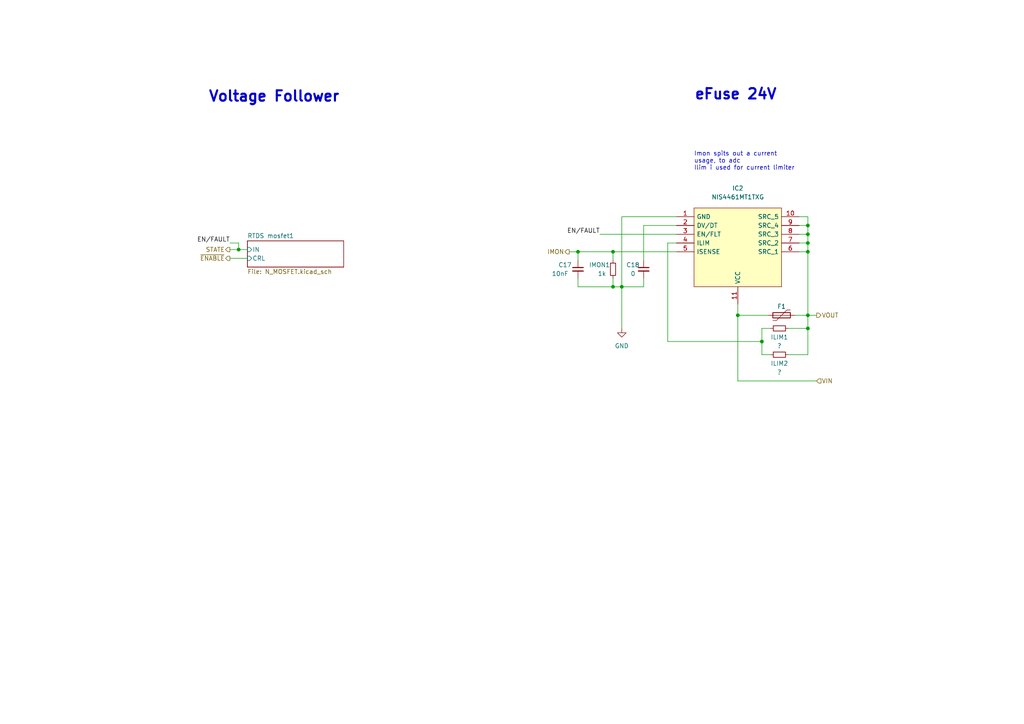
<source format=kicad_sch>
(kicad_sch (version 20211123) (generator eeschema)

  (uuid a0660fa4-01a0-4f10-a8d0-61502bba1330)

  (paper "A4")

  (lib_symbols
    (symbol "Device:C_Small" (pin_numbers hide) (pin_names (offset 0.254) hide) (in_bom yes) (on_board yes)
      (property "Reference" "C" (id 0) (at 0.254 1.778 0)
        (effects (font (size 1.27 1.27)) (justify left))
      )
      (property "Value" "C_Small" (id 1) (at 0.254 -2.032 0)
        (effects (font (size 1.27 1.27)) (justify left))
      )
      (property "Footprint" "" (id 2) (at 0 0 0)
        (effects (font (size 1.27 1.27)) hide)
      )
      (property "Datasheet" "~" (id 3) (at 0 0 0)
        (effects (font (size 1.27 1.27)) hide)
      )
      (property "ki_keywords" "capacitor cap" (id 4) (at 0 0 0)
        (effects (font (size 1.27 1.27)) hide)
      )
      (property "ki_description" "Unpolarized capacitor, small symbol" (id 5) (at 0 0 0)
        (effects (font (size 1.27 1.27)) hide)
      )
      (property "ki_fp_filters" "C_*" (id 6) (at 0 0 0)
        (effects (font (size 1.27 1.27)) hide)
      )
      (symbol "C_Small_0_1"
        (polyline
          (pts
            (xy -1.524 -0.508)
            (xy 1.524 -0.508)
          )
          (stroke (width 0.3302) (type default) (color 0 0 0 0))
          (fill (type none))
        )
        (polyline
          (pts
            (xy -1.524 0.508)
            (xy 1.524 0.508)
          )
          (stroke (width 0.3048) (type default) (color 0 0 0 0))
          (fill (type none))
        )
      )
      (symbol "C_Small_1_1"
        (pin passive line (at 0 2.54 270) (length 2.032)
          (name "~" (effects (font (size 1.27 1.27))))
          (number "1" (effects (font (size 1.27 1.27))))
        )
        (pin passive line (at 0 -2.54 90) (length 2.032)
          (name "~" (effects (font (size 1.27 1.27))))
          (number "2" (effects (font (size 1.27 1.27))))
        )
      )
    )
    (symbol "Device:Polyfuse" (pin_numbers hide) (pin_names (offset 0)) (in_bom yes) (on_board yes)
      (property "Reference" "F" (id 0) (at -2.54 0 90)
        (effects (font (size 1.27 1.27)))
      )
      (property "Value" "Polyfuse" (id 1) (at 2.54 0 90)
        (effects (font (size 1.27 1.27)))
      )
      (property "Footprint" "" (id 2) (at 1.27 -5.08 0)
        (effects (font (size 1.27 1.27)) (justify left) hide)
      )
      (property "Datasheet" "~" (id 3) (at 0 0 0)
        (effects (font (size 1.27 1.27)) hide)
      )
      (property "ki_keywords" "resettable fuse PTC PPTC polyfuse polyswitch" (id 4) (at 0 0 0)
        (effects (font (size 1.27 1.27)) hide)
      )
      (property "ki_description" "Resettable fuse, polymeric positive temperature coefficient" (id 5) (at 0 0 0)
        (effects (font (size 1.27 1.27)) hide)
      )
      (property "ki_fp_filters" "*polyfuse* *PTC*" (id 6) (at 0 0 0)
        (effects (font (size 1.27 1.27)) hide)
      )
      (symbol "Polyfuse_0_1"
        (rectangle (start -0.762 2.54) (end 0.762 -2.54)
          (stroke (width 0.254) (type default) (color 0 0 0 0))
          (fill (type none))
        )
        (polyline
          (pts
            (xy 0 2.54)
            (xy 0 -2.54)
          )
          (stroke (width 0) (type default) (color 0 0 0 0))
          (fill (type none))
        )
        (polyline
          (pts
            (xy -1.524 2.54)
            (xy -1.524 1.524)
            (xy 1.524 -1.524)
            (xy 1.524 -2.54)
          )
          (stroke (width 0) (type default) (color 0 0 0 0))
          (fill (type none))
        )
      )
      (symbol "Polyfuse_1_1"
        (pin passive line (at 0 3.81 270) (length 1.27)
          (name "~" (effects (font (size 1.27 1.27))))
          (number "1" (effects (font (size 1.27 1.27))))
        )
        (pin passive line (at 0 -3.81 90) (length 1.27)
          (name "~" (effects (font (size 1.27 1.27))))
          (number "2" (effects (font (size 1.27 1.27))))
        )
      )
    )
    (symbol "Device:R_Small" (pin_numbers hide) (pin_names (offset 0.254) hide) (in_bom yes) (on_board yes)
      (property "Reference" "R" (id 0) (at 0.762 0.508 0)
        (effects (font (size 1.27 1.27)) (justify left))
      )
      (property "Value" "R_Small" (id 1) (at 0.762 -1.016 0)
        (effects (font (size 1.27 1.27)) (justify left))
      )
      (property "Footprint" "" (id 2) (at 0 0 0)
        (effects (font (size 1.27 1.27)) hide)
      )
      (property "Datasheet" "~" (id 3) (at 0 0 0)
        (effects (font (size 1.27 1.27)) hide)
      )
      (property "ki_keywords" "R resistor" (id 4) (at 0 0 0)
        (effects (font (size 1.27 1.27)) hide)
      )
      (property "ki_description" "Resistor, small symbol" (id 5) (at 0 0 0)
        (effects (font (size 1.27 1.27)) hide)
      )
      (property "ki_fp_filters" "R_*" (id 6) (at 0 0 0)
        (effects (font (size 1.27 1.27)) hide)
      )
      (symbol "R_Small_0_1"
        (rectangle (start -0.762 1.778) (end 0.762 -1.778)
          (stroke (width 0.2032) (type default) (color 0 0 0 0))
          (fill (type none))
        )
      )
      (symbol "R_Small_1_1"
        (pin passive line (at 0 2.54 270) (length 0.762)
          (name "~" (effects (font (size 1.27 1.27))))
          (number "1" (effects (font (size 1.27 1.27))))
        )
        (pin passive line (at 0 -2.54 90) (length 0.762)
          (name "~" (effects (font (size 1.27 1.27))))
          (number "2" (effects (font (size 1.27 1.27))))
        )
      )
    )
    (symbol "NIS4461MT1TXG:NIS4461MT1TXG" (pin_names (offset 0.762)) (in_bom yes) (on_board yes)
      (property "Reference" "IC3" (id 0) (at 17.78 8.255 0)
        (effects (font (size 1.27 1.27)))
      )
      (property "Value" "NIS4461MT1TXG" (id 1) (at 17.78 5.715 0)
        (effects (font (size 1.27 1.27)))
      )
      (property "Footprint" "NIS4461MT1TXG:SON50P300X300X80-11N" (id 2) (at 31.75 2.54 0)
        (effects (font (size 1.27 1.27)) (justify left) hide)
      )
      (property "Datasheet" "https://www.onsemi.com/pdf/datasheet/nis4461-d.pdf" (id 3) (at 31.75 0 0)
        (effects (font (size 1.27 1.27)) (justify left) hide)
      )
      (property "Description" "ON SEMICONDUCTOR - NIS4461MT1TXG - Electronic Fuse, 9 V to 24 V, Fan & Hard Drives/Industrial/Handheld Devices, WDFN-EP, 10Pin" (id 4) (at 31.75 -2.54 0)
        (effects (font (size 1.27 1.27)) (justify left) hide)
      )
      (property "Height" "0.8" (id 5) (at 31.75 -5.08 0)
        (effects (font (size 1.27 1.27)) (justify left) hide)
      )
      (property "Mouser Part Number" "863-NIS4461MT1TXG" (id 6) (at 31.75 -7.62 0)
        (effects (font (size 1.27 1.27)) (justify left) hide)
      )
      (property "Mouser Price/Stock" "https://www.mouser.co.uk/ProductDetail/onsemi/NIS4461MT1TXG?qs=HBWAp0VN4RguQGKW17n5sA%3D%3D" (id 7) (at 31.75 -10.16 0)
        (effects (font (size 1.27 1.27)) (justify left) hide)
      )
      (property "Manufacturer_Name" "onsemi" (id 8) (at 31.75 -12.7 0)
        (effects (font (size 1.27 1.27)) (justify left) hide)
      )
      (property "Manufacturer_Part_Number" "NIS4461MT1TXG" (id 9) (at 31.75 -15.24 0)
        (effects (font (size 1.27 1.27)) (justify left) hide)
      )
      (symbol "NIS4461MT1TXG_0_0"
        (pin passive line (at 0 0 0) (length 5.08)
          (name "GND" (effects (font (size 1.27 1.27))))
          (number "1" (effects (font (size 1.27 1.27))))
        )
        (pin passive line (at 35.56 0 180) (length 5.08)
          (name "SRC_5" (effects (font (size 1.27 1.27))))
          (number "10" (effects (font (size 1.27 1.27))))
        )
        (pin passive line (at 17.78 -25.4 90) (length 5.08)
          (name "VCC" (effects (font (size 1.27 1.27))))
          (number "11" (effects (font (size 1.27 1.27))))
        )
        (pin passive line (at 0 -2.54 0) (length 5.08)
          (name "DV/DT" (effects (font (size 1.27 1.27))))
          (number "2" (effects (font (size 1.27 1.27))))
        )
        (pin passive line (at 0 -5.08 0) (length 5.08)
          (name "EN/FLT" (effects (font (size 1.27 1.27))))
          (number "3" (effects (font (size 1.27 1.27))))
        )
        (pin passive line (at 0 -7.62 0) (length 5.08)
          (name "ILIM" (effects (font (size 1.27 1.27))))
          (number "4" (effects (font (size 1.27 1.27))))
        )
        (pin passive line (at 0 -10.16 0) (length 5.08)
          (name "ISENSE" (effects (font (size 1.27 1.27))))
          (number "5" (effects (font (size 1.27 1.27))))
        )
        (pin passive line (at 35.56 -10.16 180) (length 5.08)
          (name "SRC_1" (effects (font (size 1.27 1.27))))
          (number "6" (effects (font (size 1.27 1.27))))
        )
        (pin passive line (at 35.56 -7.62 180) (length 5.08)
          (name "SRC_2" (effects (font (size 1.27 1.27))))
          (number "7" (effects (font (size 1.27 1.27))))
        )
        (pin passive line (at 35.56 -5.08 180) (length 5.08)
          (name "SRC_3" (effects (font (size 1.27 1.27))))
          (number "8" (effects (font (size 1.27 1.27))))
        )
        (pin passive line (at 35.56 -2.54 180) (length 5.08)
          (name "SRC_4" (effects (font (size 1.27 1.27))))
          (number "9" (effects (font (size 1.27 1.27))))
        )
      )
      (symbol "NIS4461MT1TXG_0_1"
        (polyline
          (pts
            (xy 5.08 2.54)
            (xy 30.48 2.54)
            (xy 30.48 -20.32)
            (xy 5.08 -20.32)
            (xy 5.08 2.54)
          )
          (stroke (width 0.1524) (type default) (color 0 0 0 0))
          (fill (type background))
        )
      )
    )
    (symbol "power:GND" (power) (pin_names (offset 0)) (in_bom yes) (on_board yes)
      (property "Reference" "#PWR" (id 0) (at 0 -6.35 0)
        (effects (font (size 1.27 1.27)) hide)
      )
      (property "Value" "GND" (id 1) (at 0 -3.81 0)
        (effects (font (size 1.27 1.27)))
      )
      (property "Footprint" "" (id 2) (at 0 0 0)
        (effects (font (size 1.27 1.27)) hide)
      )
      (property "Datasheet" "" (id 3) (at 0 0 0)
        (effects (font (size 1.27 1.27)) hide)
      )
      (property "ki_keywords" "power-flag" (id 4) (at 0 0 0)
        (effects (font (size 1.27 1.27)) hide)
      )
      (property "ki_description" "Power symbol creates a global label with name \"GND\" , ground" (id 5) (at 0 0 0)
        (effects (font (size 1.27 1.27)) hide)
      )
      (symbol "GND_0_1"
        (polyline
          (pts
            (xy 0 0)
            (xy 0 -1.27)
            (xy 1.27 -1.27)
            (xy 0 -2.54)
            (xy -1.27 -1.27)
            (xy 0 -1.27)
          )
          (stroke (width 0) (type default) (color 0 0 0 0))
          (fill (type none))
        )
      )
      (symbol "GND_1_1"
        (pin power_in line (at 0 0 270) (length 0) hide
          (name "GND" (effects (font (size 1.27 1.27))))
          (number "1" (effects (font (size 1.27 1.27))))
        )
      )
    )
  )

  (junction (at 220.98 99.06) (diameter 0) (color 0 0 0 0)
    (uuid 0d2598a7-bb4d-4fb8-a8a2-328a65b403dc)
  )
  (junction (at 234.315 73.025) (diameter 0) (color 0 0 0 0)
    (uuid 256831f9-7a21-4abb-9fc1-18cf15e7865d)
  )
  (junction (at 234.315 91.44) (diameter 0) (color 0 0 0 0)
    (uuid 3af321b9-dc67-40e5-b360-3fbbe55a8554)
  )
  (junction (at 234.315 67.945) (diameter 0) (color 0 0 0 0)
    (uuid 448093fa-ec1d-4099-97a3-1872882cbf1c)
  )
  (junction (at 213.995 91.44) (diameter 0) (color 0 0 0 0)
    (uuid 56696bf6-741c-4b3b-ac9c-4e8f6e6419c8)
  )
  (junction (at 234.315 70.485) (diameter 0) (color 0 0 0 0)
    (uuid 76d03381-44c5-4eb4-8888-dbecbf5e07d0)
  )
  (junction (at 177.8 73.025) (diameter 0) (color 0 0 0 0)
    (uuid 7800ac3e-ab52-4dae-8ae0-3d5cf7e6377e)
  )
  (junction (at 69.215 72.39) (diameter 0) (color 0 0 0 0)
    (uuid 87460d0b-1d90-42d1-82e4-0698d8309e06)
  )
  (junction (at 234.315 65.405) (diameter 0) (color 0 0 0 0)
    (uuid ad46e810-425b-4666-9b0e-2ab264f817b7)
  )
  (junction (at 167.64 73.025) (diameter 0) (color 0 0 0 0)
    (uuid bd9ea354-1bb0-4818-8c81-f395183c3162)
  )
  (junction (at 234.315 95.25) (diameter 0) (color 0 0 0 0)
    (uuid caf4f616-f187-4f7a-afdb-fbb214dfdee3)
  )
  (junction (at 177.8 83.185) (diameter 0) (color 0 0 0 0)
    (uuid cd3607fc-53e7-4d3b-89de-45e28c919bc9)
  )
  (junction (at 180.34 83.185) (diameter 0) (color 0 0 0 0)
    (uuid fc947c99-39b2-4e5c-9125-e485ec5c0010)
  )

  (wire (pts (xy 231.775 73.025) (xy 234.315 73.025))
    (stroke (width 0) (type default) (color 0 0 0 0))
    (uuid 0c179450-54d8-4ff2-97b0-d432cf0bdcd3)
  )
  (wire (pts (xy 234.315 95.25) (xy 234.315 91.44))
    (stroke (width 0) (type default) (color 0 0 0 0))
    (uuid 0c3b9a8a-4cd6-4833-add8-baa27a3a3706)
  )
  (wire (pts (xy 167.64 80.645) (xy 167.64 83.185))
    (stroke (width 0) (type default) (color 0 0 0 0))
    (uuid 0cd658ae-23be-4573-9818-7ba174ee8b17)
  )
  (wire (pts (xy 231.775 65.405) (xy 234.315 65.405))
    (stroke (width 0) (type default) (color 0 0 0 0))
    (uuid 115dd436-1949-47a7-b049-155b36a5d417)
  )
  (wire (pts (xy 228.6 95.25) (xy 234.315 95.25))
    (stroke (width 0) (type default) (color 0 0 0 0))
    (uuid 12e709cf-1dcb-410d-9b6f-21e97a41650f)
  )
  (wire (pts (xy 180.34 62.865) (xy 180.34 83.185))
    (stroke (width 0) (type default) (color 0 0 0 0))
    (uuid 1cbabf1a-fbc2-4ec7-a6b7-7f847d7fda33)
  )
  (wire (pts (xy 234.315 70.485) (xy 234.315 73.025))
    (stroke (width 0) (type default) (color 0 0 0 0))
    (uuid 21c00ea2-6216-4cac-a54f-94e0acda91a2)
  )
  (wire (pts (xy 66.675 72.39) (xy 69.215 72.39))
    (stroke (width 0) (type default) (color 0 0 0 0))
    (uuid 2dc624cf-b6ee-4313-8edb-0fb65b05f94f)
  )
  (wire (pts (xy 69.215 72.39) (xy 71.755 72.39))
    (stroke (width 0) (type default) (color 0 0 0 0))
    (uuid 33b70a3c-e196-4ea3-9f8c-dddac74a7964)
  )
  (wire (pts (xy 66.675 70.485) (xy 69.215 70.485))
    (stroke (width 0) (type default) (color 0 0 0 0))
    (uuid 3a82a6cb-b14b-4561-909b-686db2ccbc91)
  )
  (wire (pts (xy 220.98 102.87) (xy 223.52 102.87))
    (stroke (width 0) (type default) (color 0 0 0 0))
    (uuid 3adf33c5-6eb1-4906-ab12-6689035fe9a5)
  )
  (wire (pts (xy 186.69 65.405) (xy 196.215 65.405))
    (stroke (width 0) (type default) (color 0 0 0 0))
    (uuid 3b5bab86-db64-4626-8cbe-cf114def0d00)
  )
  (wire (pts (xy 66.675 74.93) (xy 71.755 74.93))
    (stroke (width 0) (type default) (color 0 0 0 0))
    (uuid 3c2a9c5a-6774-426c-9c7f-f9996af5778c)
  )
  (wire (pts (xy 177.8 73.025) (xy 177.8 75.565))
    (stroke (width 0) (type default) (color 0 0 0 0))
    (uuid 438f1655-9049-4a1c-9b2a-6afbb447ed14)
  )
  (wire (pts (xy 234.315 91.44) (xy 236.855 91.44))
    (stroke (width 0) (type default) (color 0 0 0 0))
    (uuid 4d40d532-3e0e-498e-b7a1-b0970d2d1482)
  )
  (wire (pts (xy 231.775 70.485) (xy 234.315 70.485))
    (stroke (width 0) (type default) (color 0 0 0 0))
    (uuid 50f68737-34ea-4bb8-818f-bbad87bdd756)
  )
  (wire (pts (xy 180.34 62.865) (xy 196.215 62.865))
    (stroke (width 0) (type default) (color 0 0 0 0))
    (uuid 55954ab8-1c3e-497d-8754-aae8f7c088ea)
  )
  (wire (pts (xy 186.69 65.405) (xy 186.69 75.565))
    (stroke (width 0) (type default) (color 0 0 0 0))
    (uuid 5b44e55a-6d59-48b0-a202-d89f178f7a7e)
  )
  (wire (pts (xy 213.995 91.44) (xy 213.995 110.49))
    (stroke (width 0) (type default) (color 0 0 0 0))
    (uuid 5be899a8-1da9-4b0d-8e74-1a91b52629fb)
  )
  (wire (pts (xy 177.8 80.645) (xy 177.8 83.185))
    (stroke (width 0) (type default) (color 0 0 0 0))
    (uuid 5fd30a4e-76cc-42e0-b72d-b3ec6a50cd38)
  )
  (wire (pts (xy 213.995 88.265) (xy 213.995 91.44))
    (stroke (width 0) (type default) (color 0 0 0 0))
    (uuid 60595cb6-d8a8-484d-990d-d77c68c04af5)
  )
  (wire (pts (xy 193.675 70.485) (xy 196.215 70.485))
    (stroke (width 0) (type default) (color 0 0 0 0))
    (uuid 6813ed27-5cb0-4213-8491-6d2d8ec21899)
  )
  (wire (pts (xy 220.98 95.25) (xy 223.52 95.25))
    (stroke (width 0) (type default) (color 0 0 0 0))
    (uuid 6cdaa852-b9bf-422b-997f-585fbe563d4f)
  )
  (wire (pts (xy 167.64 75.565) (xy 167.64 73.025))
    (stroke (width 0) (type default) (color 0 0 0 0))
    (uuid 6e0bbe42-6ec7-439e-a7b4-887859f541c5)
  )
  (wire (pts (xy 167.64 83.185) (xy 177.8 83.185))
    (stroke (width 0) (type default) (color 0 0 0 0))
    (uuid 717704d2-7bda-4514-9740-ef46b2415e01)
  )
  (wire (pts (xy 231.775 62.865) (xy 234.315 62.865))
    (stroke (width 0) (type default) (color 0 0 0 0))
    (uuid 72596061-10b6-4970-9b60-6e3ac55a457e)
  )
  (wire (pts (xy 234.315 102.87) (xy 234.315 95.25))
    (stroke (width 0) (type default) (color 0 0 0 0))
    (uuid 73a1f466-eda1-4a24-9138-143adb38dd98)
  )
  (wire (pts (xy 234.315 62.865) (xy 234.315 65.405))
    (stroke (width 0) (type default) (color 0 0 0 0))
    (uuid 7a9b8fc8-51c0-490f-b150-38b4e7f7d75f)
  )
  (wire (pts (xy 165.1 73.025) (xy 167.64 73.025))
    (stroke (width 0) (type default) (color 0 0 0 0))
    (uuid 7c74eee7-35bd-4675-a318-8931ea5a9c4d)
  )
  (wire (pts (xy 180.34 83.185) (xy 180.34 95.25))
    (stroke (width 0) (type default) (color 0 0 0 0))
    (uuid 82cc1990-d7ed-4bba-8965-6ebdb4efc521)
  )
  (wire (pts (xy 213.995 91.44) (xy 222.885 91.44))
    (stroke (width 0) (type default) (color 0 0 0 0))
    (uuid 8edb0b37-5254-489b-ad69-3cebc97f4300)
  )
  (wire (pts (xy 228.6 102.87) (xy 234.315 102.87))
    (stroke (width 0) (type default) (color 0 0 0 0))
    (uuid 9d9824d5-4b8a-47cb-8d92-223ebc595e33)
  )
  (wire (pts (xy 167.64 73.025) (xy 177.8 73.025))
    (stroke (width 0) (type default) (color 0 0 0 0))
    (uuid a8a818e4-ef77-4db3-a3ef-52bad7ed4550)
  )
  (wire (pts (xy 220.98 99.06) (xy 220.98 95.25))
    (stroke (width 0) (type default) (color 0 0 0 0))
    (uuid b3f42e6c-d030-40e0-aa88-1b63d5c4a684)
  )
  (wire (pts (xy 230.505 91.44) (xy 234.315 91.44))
    (stroke (width 0) (type default) (color 0 0 0 0))
    (uuid b409134b-3214-4a23-b2f9-f01190236b76)
  )
  (wire (pts (xy 69.215 70.485) (xy 69.215 72.39))
    (stroke (width 0) (type default) (color 0 0 0 0))
    (uuid bad63119-e054-4a62-a294-b2922b556d5c)
  )
  (wire (pts (xy 173.99 67.945) (xy 196.215 67.945))
    (stroke (width 0) (type default) (color 0 0 0 0))
    (uuid bcedd2a2-aba7-4d22-93d3-18dea54598ce)
  )
  (wire (pts (xy 177.8 73.025) (xy 196.215 73.025))
    (stroke (width 0) (type default) (color 0 0 0 0))
    (uuid be9b78f2-4fda-48c3-a174-a558eb49cefc)
  )
  (wire (pts (xy 220.98 99.06) (xy 193.675 99.06))
    (stroke (width 0) (type default) (color 0 0 0 0))
    (uuid c279ee5a-d0c7-4714-b60b-c319e4d6a479)
  )
  (wire (pts (xy 180.34 83.185) (xy 177.8 83.185))
    (stroke (width 0) (type default) (color 0 0 0 0))
    (uuid cab89eaa-7b9e-4faf-83fc-e32cf6fe3587)
  )
  (wire (pts (xy 193.675 70.485) (xy 193.675 99.06))
    (stroke (width 0) (type default) (color 0 0 0 0))
    (uuid d513ba78-2b0f-434b-a48a-4ae264079808)
  )
  (wire (pts (xy 220.98 99.06) (xy 220.98 102.87))
    (stroke (width 0) (type default) (color 0 0 0 0))
    (uuid db187efd-f13c-4eec-9933-b000b336ca29)
  )
  (wire (pts (xy 234.315 65.405) (xy 234.315 67.945))
    (stroke (width 0) (type default) (color 0 0 0 0))
    (uuid dd921fa8-8fe6-4e59-b4e4-dd739cb0a5e4)
  )
  (wire (pts (xy 234.315 67.945) (xy 234.315 70.485))
    (stroke (width 0) (type default) (color 0 0 0 0))
    (uuid de8cdaa1-7cd5-4422-b524-9fbd1a4079f5)
  )
  (wire (pts (xy 231.775 67.945) (xy 234.315 67.945))
    (stroke (width 0) (type default) (color 0 0 0 0))
    (uuid e2e530bf-e70d-4430-84ff-a84dd1cdbbb3)
  )
  (wire (pts (xy 186.69 80.645) (xy 186.69 83.185))
    (stroke (width 0) (type default) (color 0 0 0 0))
    (uuid e2e635ca-5c3d-424e-a610-86c2f6ad3d48)
  )
  (wire (pts (xy 180.34 83.185) (xy 186.69 83.185))
    (stroke (width 0) (type default) (color 0 0 0 0))
    (uuid e4d10424-bc6a-4656-b050-2510635b4291)
  )
  (wire (pts (xy 234.315 91.44) (xy 234.315 73.025))
    (stroke (width 0) (type default) (color 0 0 0 0))
    (uuid e98182ca-2c38-4a92-8336-56607e2bc651)
  )
  (wire (pts (xy 213.995 110.49) (xy 236.855 110.49))
    (stroke (width 0) (type default) (color 0 0 0 0))
    (uuid f7cf98aa-6cee-4fad-82a6-496ddba3b965)
  )

  (text "eFuse 24V" (at 201.295 29.21 0)
    (effects (font (size 3 3) bold) (justify left bottom))
    (uuid 93006a54-5ed4-475e-850c-d3a524d05f62)
  )
  (text "Voltage Follower" (at 60.325 29.845 0)
    (effects (font (size 3 3) bold) (justify left bottom))
    (uuid b902a1c3-077a-423f-83d4-d0881e6212fe)
  )
  (text "Imon spits out a current\nusage, to adc\nIlim i used for current limiter"
    (at 201.295 49.53 0)
    (effects (font (size 1.27 1.27)) (justify left bottom))
    (uuid d05879a8-583f-42a2-ad2f-f6ff867f8da4)
  )

  (label "EN{slash}FAULT" (at 173.99 67.945 180)
    (effects (font (size 1.27 1.27)) (justify right bottom))
    (uuid 246d6075-f68b-4661-87bf-649c9301269c)
  )
  (label "EN{slash}FAULT" (at 66.675 70.485 180)
    (effects (font (size 1.27 1.27)) (justify right bottom))
    (uuid a7e1a269-7bba-4609-bf53-27258de2278c)
  )

  (hierarchical_label "VOUT" (shape output) (at 236.855 91.44 0)
    (effects (font (size 1.27 1.27)) (justify left))
    (uuid 77a2c52d-591c-4cda-83c9-2f82cb81dd82)
  )
  (hierarchical_label "STATE" (shape output) (at 66.675 72.39 180)
    (effects (font (size 1.27 1.27)) (justify right))
    (uuid 90605c45-f95e-46a1-8d69-2d55abc65492)
  )
  (hierarchical_label "IMON" (shape output) (at 165.1 73.025 180)
    (effects (font (size 1.27 1.27)) (justify right))
    (uuid 9b2b4ed4-7aba-4f31-9e64-f0f8c1fea3ee)
  )
  (hierarchical_label "VIN" (shape input) (at 236.855 110.49 0)
    (effects (font (size 1.27 1.27)) (justify left))
    (uuid a9c8476b-d12b-42e0-b149-13d77f0db3f7)
  )
  (hierarchical_label "~{ENABLE}" (shape output) (at 66.675 74.93 180)
    (effects (font (size 1.27 1.27)) (justify right))
    (uuid c6ccf035-b062-4a30-95a4-b5e56fe59e43)
  )

  (symbol (lib_id "Device:R_Small") (at 226.06 95.25 270) (unit 1)
    (in_bom yes) (on_board yes)
    (uuid 01a58484-3044-4b5f-857e-47f49e168a70)
    (property "Reference" "ILIM1" (id 0) (at 226.06 97.79 90))
    (property "Value" "?" (id 1) (at 226.06 100.33 90))
    (property "Footprint" "Resistor_SMD:R_0603_1608Metric" (id 2) (at 226.06 95.25 0)
      (effects (font (size 1.27 1.27)) hide)
    )
    (property "Datasheet" "~" (id 3) (at 226.06 95.25 0)
      (effects (font (size 1.27 1.27)) hide)
    )
    (pin "1" (uuid 383cf6bb-6637-48e2-8684-f93f6f6013c9))
    (pin "2" (uuid e949aa6d-9978-4fe7-96f6-fdcb30f61786))
  )

  (symbol (lib_id "Device:R_Small") (at 226.06 102.87 270) (unit 1)
    (in_bom yes) (on_board yes)
    (uuid 0859a698-8ba2-4f1f-ae12-b881b66cd4fa)
    (property "Reference" "ILIM2" (id 0) (at 226.06 105.41 90))
    (property "Value" "?" (id 1) (at 226.06 107.95 90))
    (property "Footprint" "Resistor_SMD:R_0603_1608Metric" (id 2) (at 226.06 102.87 0)
      (effects (font (size 1.27 1.27)) hide)
    )
    (property "Datasheet" "~" (id 3) (at 226.06 102.87 0)
      (effects (font (size 1.27 1.27)) hide)
    )
    (pin "1" (uuid ff466d11-746b-4f59-945b-fc24cba9d524))
    (pin "2" (uuid 764fcbe0-b8d6-4993-a703-a87e34b7ef22))
  )

  (symbol (lib_id "NIS4461MT1TXG:NIS4461MT1TXG") (at 196.215 62.865 0) (unit 1)
    (in_bom yes) (on_board yes) (fields_autoplaced)
    (uuid 123c77e5-13a8-44fc-8be2-75d83e06aaad)
    (property "Reference" "IC2" (id 0) (at 213.995 54.61 0))
    (property "Value" "NIS4461MT1TXG" (id 1) (at 213.995 57.15 0))
    (property "Footprint" "NIS4461MT1TXG:SON50P300X300X80-11N" (id 2) (at 227.965 60.325 0)
      (effects (font (size 1.27 1.27)) (justify left) hide)
    )
    (property "Datasheet" "https://www.onsemi.com/pdf/datasheet/nis4461-d.pdf" (id 3) (at 227.965 62.865 0)
      (effects (font (size 1.27 1.27)) (justify left) hide)
    )
    (property "Description" "ON SEMICONDUCTOR - NIS4461MT1TXG - Electronic Fuse, 9 V to 24 V, Fan & Hard Drives/Industrial/Handheld Devices, WDFN-EP, 10Pin" (id 4) (at 227.965 65.405 0)
      (effects (font (size 1.27 1.27)) (justify left) hide)
    )
    (property "Height" "0.8" (id 5) (at 227.965 67.945 0)
      (effects (font (size 1.27 1.27)) (justify left) hide)
    )
    (property "Mouser Part Number" "863-NIS4461MT1TXG" (id 6) (at 227.965 70.485 0)
      (effects (font (size 1.27 1.27)) (justify left) hide)
    )
    (property "Mouser Price/Stock" "https://www.mouser.co.uk/ProductDetail/onsemi/NIS4461MT1TXG?qs=HBWAp0VN4RguQGKW17n5sA%3D%3D" (id 7) (at 227.965 73.025 0)
      (effects (font (size 1.27 1.27)) (justify left) hide)
    )
    (property "Manufacturer_Name" "onsemi" (id 8) (at 227.965 75.565 0)
      (effects (font (size 1.27 1.27)) (justify left) hide)
    )
    (property "Manufacturer_Part_Number" "NIS4461MT1TXG" (id 9) (at 227.965 78.105 0)
      (effects (font (size 1.27 1.27)) (justify left) hide)
    )
    (pin "1" (uuid 2dbfd6cf-a86b-430b-a923-d5e5cbaf4673))
    (pin "10" (uuid 3e22790a-d50b-4aff-9583-4b19752b109c))
    (pin "11" (uuid f0fffd1b-68db-4605-96c2-76a26657d051))
    (pin "2" (uuid 205d10dc-a1dc-4e7d-a6d7-4cb87b73b150))
    (pin "3" (uuid 2d78d854-d6d4-4069-b1a9-775cb4873c68))
    (pin "4" (uuid 6878e6f6-024b-4c24-9acd-5e042711b0ab))
    (pin "5" (uuid a14e9781-012e-42c1-9100-fd0f6ee75f47))
    (pin "6" (uuid c8e27a79-f077-4588-b87b-cf407254c6d1))
    (pin "7" (uuid ecd6acec-5a00-4a66-a5a0-fb3798844f86))
    (pin "8" (uuid f34cd99f-cbce-487f-8651-51b1c1d05b4b))
    (pin "9" (uuid 7a57ff45-69dc-4a4f-934f-014466676dfe))
  )

  (symbol (lib_id "Device:Polyfuse") (at 226.695 91.44 270) (unit 1)
    (in_bom yes) (on_board yes)
    (uuid 2448610c-f610-4f33-a6b5-78a14f47b69a)
    (property "Reference" "F1" (id 0) (at 226.695 88.9 90))
    (property "Value" "Polyfuse" (id 1) (at 226.695 88.0364 90)
      (effects (font (size 1.27 1.27)) hide)
    )
    (property "Footprint" "Fuse:Fuse_2010_5025Metric" (id 2) (at 221.615 92.71 0)
      (effects (font (size 1.27 1.27)) (justify left) hide)
    )
    (property "Datasheet" "~" (id 3) (at 226.695 91.44 0)
      (effects (font (size 1.27 1.27)) hide)
    )
    (pin "1" (uuid d4b73c49-0343-45e9-ad64-37536a848c0f))
    (pin "2" (uuid 8495ece0-e79d-415f-8d90-a8cb78ea4b3c))
  )

  (symbol (lib_id "Device:C_Small") (at 186.69 78.105 0) (unit 1)
    (in_bom yes) (on_board yes)
    (uuid 2aecea28-949d-4f3e-87f1-1b348611bf63)
    (property "Reference" "C18" (id 0) (at 181.61 76.835 0)
      (effects (font (size 1.27 1.27)) (justify left))
    )
    (property "Value" "0" (id 1) (at 182.88 79.375 0)
      (effects (font (size 1.27 1.27)) (justify left))
    )
    (property "Footprint" "Capacitor_SMD:C_0603_1608Metric" (id 2) (at 186.69 78.105 0)
      (effects (font (size 1.27 1.27)) hide)
    )
    (property "Datasheet" "~" (id 3) (at 186.69 78.105 0)
      (effects (font (size 1.27 1.27)) hide)
    )
    (pin "1" (uuid a7aba5f8-2f40-4c07-ab64-ed928f3bdf6d))
    (pin "2" (uuid 12214a59-1ac1-4f5b-bdcc-0b7bc03030ff))
  )

  (symbol (lib_id "Device:R_Small") (at 177.8 78.105 0) (unit 1)
    (in_bom yes) (on_board yes)
    (uuid 3a1f86e1-1553-4b9d-bc4c-5ea8df20113f)
    (property "Reference" "IMON1" (id 0) (at 170.815 76.835 0)
      (effects (font (size 1.27 1.27)) (justify left))
    )
    (property "Value" "1k" (id 1) (at 173.355 79.375 0)
      (effects (font (size 1.27 1.27)) (justify left))
    )
    (property "Footprint" "Resistor_SMD:R_0603_1608Metric" (id 2) (at 177.8 78.105 0)
      (effects (font (size 1.27 1.27)) hide)
    )
    (property "Datasheet" "~" (id 3) (at 177.8 78.105 0)
      (effects (font (size 1.27 1.27)) hide)
    )
    (pin "1" (uuid de12e4b6-4abf-41f1-97fe-8ead1a899cdd))
    (pin "2" (uuid 15a7500b-c1e1-4f93-94a1-59d5b34f39f4))
  )

  (symbol (lib_id "Device:C_Small") (at 167.64 78.105 0) (unit 1)
    (in_bom yes) (on_board yes)
    (uuid 6431600e-3b05-44a2-a1e2-9512f65632d2)
    (property "Reference" "C17" (id 0) (at 161.925 76.835 0)
      (effects (font (size 1.27 1.27)) (justify left))
    )
    (property "Value" "10nF" (id 1) (at 160.02 79.375 0)
      (effects (font (size 1.27 1.27)) (justify left))
    )
    (property "Footprint" "Capacitor_SMD:C_0603_1608Metric" (id 2) (at 167.64 78.105 0)
      (effects (font (size 1.27 1.27)) hide)
    )
    (property "Datasheet" "~" (id 3) (at 167.64 78.105 0)
      (effects (font (size 1.27 1.27)) hide)
    )
    (pin "1" (uuid fa3355b6-5993-421c-8444-eb850bd637e1))
    (pin "2" (uuid 9d69f4e5-f3a0-4e03-bca4-8ae8326410fd))
  )

  (symbol (lib_id "power:GND") (at 180.34 95.25 0) (unit 1)
    (in_bom yes) (on_board yes) (fields_autoplaced)
    (uuid 8ef80d9c-781c-4ab1-8cd5-9cf18a97af11)
    (property "Reference" "#PWR0123" (id 0) (at 180.34 101.6 0)
      (effects (font (size 1.27 1.27)) hide)
    )
    (property "Value" "GND" (id 1) (at 180.34 100.33 0))
    (property "Footprint" "" (id 2) (at 180.34 95.25 0)
      (effects (font (size 1.27 1.27)) hide)
    )
    (property "Datasheet" "" (id 3) (at 180.34 95.25 0)
      (effects (font (size 1.27 1.27)) hide)
    )
    (pin "1" (uuid d5637bc1-1baa-475a-80a8-212ba0a4221c))
  )

  (sheet (at 71.755 69.85) (size 27.94 7.62) (fields_autoplaced)
    (stroke (width 0) (type solid) (color 0 0 0 0))
    (fill (color 0 0 0 0.0000))
    (uuid b08176bb-dd2e-4012-abc5-174565b30169)
    (property "Sheet name" "RTDS mosfet1" (id 0) (at 71.755 69.1384 0)
      (effects (font (size 1.27 1.27)) (justify left bottom))
    )
    (property "Sheet file" "N_MOSFET.kicad_sch" (id 1) (at 71.755 78.0546 0)
      (effects (font (size 1.27 1.27)) (justify left top))
    )
    (pin "IN" input (at 71.755 72.39 180)
      (effects (font (size 1.27 1.27)) (justify left))
      (uuid 04b6a253-e427-4418-a942-56b67b1ed93a)
    )
    (pin "CRL" input (at 71.755 74.93 180)
      (effects (font (size 1.27 1.27)) (justify left))
      (uuid c20e6752-1d60-4673-993d-33ac47083931)
    )
  )
)

</source>
